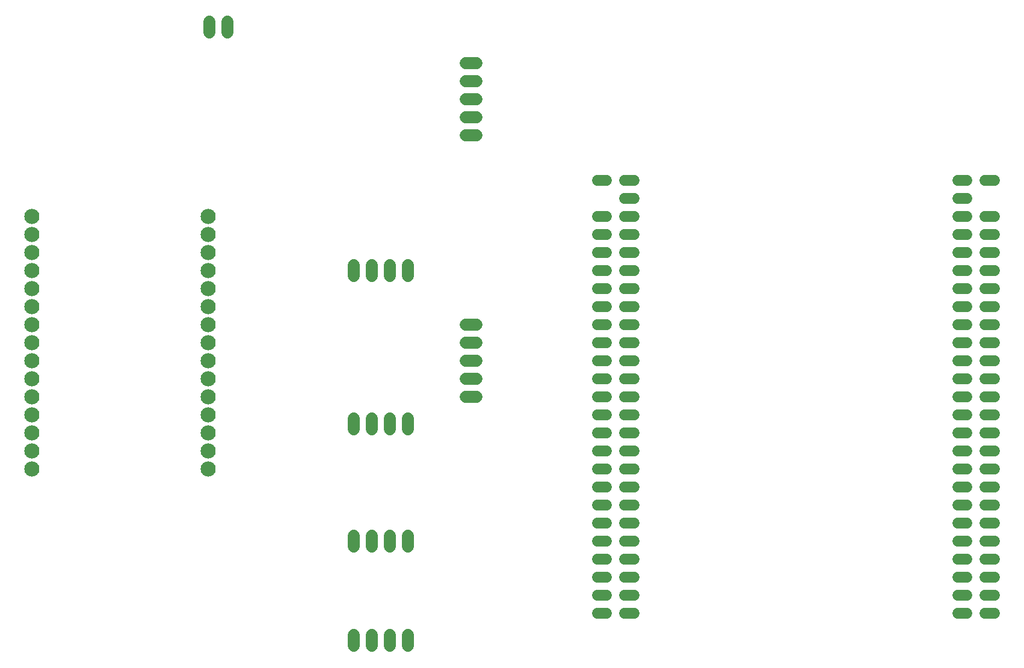
<source format=gbr>
G04 EAGLE Gerber RS-274X export*
G75*
%MOMM*%
%FSLAX34Y34*%
%LPD*%
%INSoldermask Bottom*%
%IPPOS*%
%AMOC8*
5,1,8,0,0,1.08239X$1,22.5*%
G01*
%ADD10C,1.511200*%
%ADD11C,1.727200*%
%ADD12C,2.133600*%


D10*
X901700Y88900D02*
X888620Y88900D01*
X927100Y88900D02*
X940180Y88900D01*
X901700Y114300D02*
X888620Y114300D01*
X927100Y114300D02*
X940180Y114300D01*
X901700Y139700D02*
X888620Y139700D01*
X927100Y139700D02*
X940180Y139700D01*
X901700Y165100D02*
X888620Y165100D01*
X927100Y165100D02*
X940180Y165100D01*
X901700Y190500D02*
X888620Y190500D01*
X927100Y190500D02*
X940180Y190500D01*
X901700Y215900D02*
X888620Y215900D01*
X927100Y215900D02*
X940180Y215900D01*
X901700Y241300D02*
X888620Y241300D01*
X927100Y241300D02*
X940180Y241300D01*
X901700Y266700D02*
X888620Y266700D01*
X927100Y266700D02*
X940180Y266700D01*
X901700Y292100D02*
X888620Y292100D01*
X927100Y292100D02*
X940180Y292100D01*
X901700Y317500D02*
X888620Y317500D01*
X927100Y317500D02*
X940180Y317500D01*
X901700Y342900D02*
X888620Y342900D01*
X927100Y342900D02*
X940180Y342900D01*
X901700Y368300D02*
X888620Y368300D01*
X927100Y368300D02*
X940180Y368300D01*
X901700Y393700D02*
X888620Y393700D01*
X927100Y393700D02*
X940180Y393700D01*
X901700Y419100D02*
X888620Y419100D01*
X927100Y419100D02*
X940180Y419100D01*
X901700Y444500D02*
X888620Y444500D01*
X927100Y444500D02*
X940180Y444500D01*
X901700Y469900D02*
X888620Y469900D01*
X927100Y469900D02*
X940180Y469900D01*
X901700Y495300D02*
X888620Y495300D01*
X927100Y495300D02*
X940180Y495300D01*
X901700Y520700D02*
X888620Y520700D01*
X927100Y520700D02*
X940180Y520700D01*
X901700Y546100D02*
X888620Y546100D01*
X927100Y546100D02*
X940180Y546100D01*
X901700Y571500D02*
X888620Y571500D01*
X927100Y571500D02*
X940180Y571500D01*
X901700Y596900D02*
X888620Y596900D01*
X927100Y596900D02*
X940180Y596900D01*
X901700Y622300D02*
X888620Y622300D01*
X927100Y622300D02*
X940180Y622300D01*
X901700Y647700D02*
X888620Y647700D01*
X927100Y647700D02*
X940180Y647700D01*
X940180Y673100D02*
X927100Y673100D01*
X901700Y698500D02*
X888620Y698500D01*
X927100Y698500D02*
X940180Y698500D01*
X1434500Y88900D02*
X1447580Y88900D01*
X1409100Y88900D02*
X1396020Y88900D01*
X1434500Y114300D02*
X1447580Y114300D01*
X1409100Y114300D02*
X1396020Y114300D01*
X1434500Y139700D02*
X1447580Y139700D01*
X1409100Y139700D02*
X1396020Y139700D01*
X1434500Y165100D02*
X1447580Y165100D01*
X1409100Y165100D02*
X1396020Y165100D01*
X1434500Y190500D02*
X1447580Y190500D01*
X1409100Y190500D02*
X1396020Y190500D01*
X1434500Y215900D02*
X1447580Y215900D01*
X1409100Y215900D02*
X1396020Y215900D01*
X1434500Y241300D02*
X1447580Y241300D01*
X1409100Y241300D02*
X1396020Y241300D01*
X1434500Y266700D02*
X1447580Y266700D01*
X1409100Y266700D02*
X1396020Y266700D01*
X1434500Y292100D02*
X1447580Y292100D01*
X1409100Y292100D02*
X1396020Y292100D01*
X1434500Y317500D02*
X1447580Y317500D01*
X1409100Y317500D02*
X1396020Y317500D01*
X1434500Y342900D02*
X1447580Y342900D01*
X1409100Y342900D02*
X1396020Y342900D01*
X1434500Y368300D02*
X1447580Y368300D01*
X1409100Y368300D02*
X1396020Y368300D01*
X1434500Y393700D02*
X1447580Y393700D01*
X1409100Y393700D02*
X1396020Y393700D01*
X1434500Y419100D02*
X1447580Y419100D01*
X1409100Y419100D02*
X1396020Y419100D01*
X1434500Y444500D02*
X1447580Y444500D01*
X1409100Y444500D02*
X1396020Y444500D01*
X1434500Y469900D02*
X1447580Y469900D01*
X1409100Y469900D02*
X1396020Y469900D01*
X1434500Y495300D02*
X1447580Y495300D01*
X1409100Y495300D02*
X1396020Y495300D01*
X1434500Y520700D02*
X1447580Y520700D01*
X1409100Y520700D02*
X1396020Y520700D01*
X1434500Y546100D02*
X1447580Y546100D01*
X1409100Y546100D02*
X1396020Y546100D01*
X1434500Y571500D02*
X1447580Y571500D01*
X1409100Y571500D02*
X1396020Y571500D01*
X1434500Y596900D02*
X1447580Y596900D01*
X1409100Y596900D02*
X1396020Y596900D01*
X1434500Y622300D02*
X1447580Y622300D01*
X1409100Y622300D02*
X1396020Y622300D01*
X1434500Y647700D02*
X1447580Y647700D01*
X1409100Y647700D02*
X1396020Y647700D01*
X1396020Y673100D02*
X1409100Y673100D01*
X1434500Y698500D02*
X1447580Y698500D01*
X1409100Y698500D02*
X1396020Y698500D01*
D11*
X546100Y579120D02*
X546100Y563880D01*
X571500Y563880D02*
X571500Y579120D01*
X596900Y579120D02*
X596900Y563880D01*
X622300Y563880D02*
X622300Y579120D01*
X546100Y363220D02*
X546100Y347980D01*
X571500Y347980D02*
X571500Y363220D01*
X596900Y363220D02*
X596900Y347980D01*
X622300Y347980D02*
X622300Y363220D01*
X546100Y198120D02*
X546100Y182880D01*
X571500Y182880D02*
X571500Y198120D01*
X596900Y198120D02*
X596900Y182880D01*
X622300Y182880D02*
X622300Y198120D01*
X546100Y58420D02*
X546100Y43180D01*
X571500Y43180D02*
X571500Y58420D01*
X596900Y58420D02*
X596900Y43180D01*
X622300Y43180D02*
X622300Y58420D01*
X703580Y762000D02*
X718820Y762000D01*
X718820Y787400D02*
X703580Y787400D01*
X703580Y812800D02*
X718820Y812800D01*
X718820Y838200D02*
X703580Y838200D01*
X703580Y863600D02*
X718820Y863600D01*
X718820Y495300D02*
X703580Y495300D01*
X703580Y469900D02*
X718820Y469900D01*
X718820Y444500D02*
X703580Y444500D01*
X703580Y419100D02*
X718820Y419100D01*
X718820Y393700D02*
X703580Y393700D01*
X342900Y906780D02*
X342900Y922020D01*
X368300Y922020D02*
X368300Y906780D01*
D12*
X93200Y647800D03*
X93200Y622400D03*
X93200Y597000D03*
X93200Y571600D03*
X93200Y546200D03*
X93200Y520800D03*
X93200Y495400D03*
X93200Y470000D03*
X93200Y444600D03*
X93200Y419200D03*
X93200Y393800D03*
X93200Y368400D03*
X93200Y343000D03*
X93200Y317600D03*
X93200Y292200D03*
X340900Y647800D03*
X340900Y622400D03*
X340900Y597000D03*
X340900Y571600D03*
X340900Y546200D03*
X340900Y520800D03*
X340900Y495400D03*
X340900Y470000D03*
X340900Y444600D03*
X340900Y419200D03*
X340900Y393800D03*
X340900Y368400D03*
X340900Y343000D03*
X340900Y317600D03*
X340900Y292200D03*
M02*

</source>
